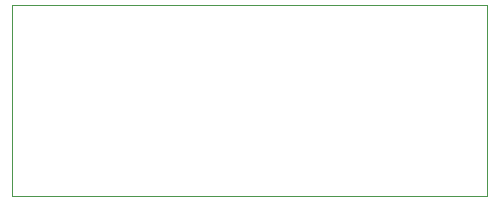
<source format=gbr>
%TF.GenerationSoftware,KiCad,Pcbnew,(6.0.7)*%
%TF.CreationDate,2022-08-30T17:51:16+02:00*%
%TF.ProjectId,blackmagic_richardeoin,626c6163-6b6d-4616-9769-635f72696368,rev?*%
%TF.SameCoordinates,Original*%
%TF.FileFunction,Profile,NP*%
%FSLAX46Y46*%
G04 Gerber Fmt 4.6, Leading zero omitted, Abs format (unit mm)*
G04 Created by KiCad (PCBNEW (6.0.7)) date 2022-08-30 17:51:16*
%MOMM*%
%LPD*%
G01*
G04 APERTURE LIST*
%TA.AperFunction,Profile*%
%ADD10C,0.050000*%
%TD*%
G04 APERTURE END LIST*
D10*
X188600000Y-105100000D02*
X148400000Y-105100000D01*
X148400000Y-105100000D02*
X148400000Y-88900000D01*
X148400000Y-88900000D02*
X188600000Y-88900000D01*
X188600000Y-88900000D02*
X188600000Y-105100000D01*
M02*

</source>
